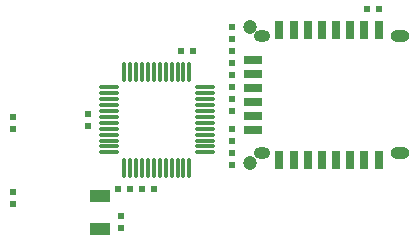
<source format=gbr>
G04 Layer_Color=128*
%FSLAX42Y42*%
%MOMM*%
%TF.FileFunction,Paste,Bot*%
%TF.Part,Single*%
G01*
G75*
%TA.AperFunction,SMDPad,CuDef*%
%ADD13R,0.60X0.50*%
%ADD14R,0.50X0.60*%
%ADD27R,1.80X1.00*%
%ADD28O,0.30X1.80*%
%ADD29O,1.80X0.30*%
%ADD30C,1.20*%
%ADD31R,0.80X1.50*%
%ADD32R,1.50X0.80*%
%ADD33O,1.60X1.00*%
%ADD34O,1.40X1.00*%
D13*
X3225Y2642D02*
D03*
X3125D02*
D03*
X1219Y1118D02*
D03*
X1319D02*
D03*
X1017D02*
D03*
X1117D02*
D03*
X1650Y2286D02*
D03*
X1550D02*
D03*
D14*
X762Y1652D02*
D03*
Y1752D02*
D03*
X1981Y1321D02*
D03*
Y1421D02*
D03*
X1041Y788D02*
D03*
Y888D02*
D03*
X127Y1726D02*
D03*
Y1626D02*
D03*
Y991D02*
D03*
Y1091D02*
D03*
X1981Y2082D02*
D03*
Y1982D02*
D03*
Y2487D02*
D03*
Y2387D02*
D03*
Y1624D02*
D03*
Y1524D02*
D03*
Y1778D02*
D03*
Y1878D02*
D03*
Y2186D02*
D03*
Y2286D02*
D03*
D27*
X864Y775D02*
D03*
Y1054D02*
D03*
D28*
X1071Y1297D02*
D03*
X1121D02*
D03*
X1171D02*
D03*
X1221D02*
D03*
X1271D02*
D03*
X1321D02*
D03*
X1371D02*
D03*
X1421D02*
D03*
X1471D02*
D03*
X1521D02*
D03*
X1571D02*
D03*
X1621D02*
D03*
Y2107D02*
D03*
X1571D02*
D03*
X1521D02*
D03*
X1471D02*
D03*
X1421D02*
D03*
X1371D02*
D03*
X1321D02*
D03*
X1271D02*
D03*
X1221D02*
D03*
X1171D02*
D03*
X1121D02*
D03*
X1071D02*
D03*
D29*
X1751Y1427D02*
D03*
Y1477D02*
D03*
Y1527D02*
D03*
Y1577D02*
D03*
Y1627D02*
D03*
Y1677D02*
D03*
Y1727D02*
D03*
Y1777D02*
D03*
Y1827D02*
D03*
Y1877D02*
D03*
Y1927D02*
D03*
Y1977D02*
D03*
X941D02*
D03*
Y1927D02*
D03*
Y1877D02*
D03*
Y1827D02*
D03*
Y1777D02*
D03*
Y1727D02*
D03*
Y1677D02*
D03*
Y1627D02*
D03*
Y1577D02*
D03*
Y1527D02*
D03*
Y1477D02*
D03*
Y1427D02*
D03*
D30*
X2133Y2488D02*
D03*
Y1338D02*
D03*
D31*
X2383Y1363D02*
D03*
X2503D02*
D03*
X2623D02*
D03*
X2743D02*
D03*
X2863D02*
D03*
X2983D02*
D03*
X3103D02*
D03*
X3223D02*
D03*
Y2463D02*
D03*
X3103D02*
D03*
X2983D02*
D03*
X2863D02*
D03*
X2743D02*
D03*
X2623D02*
D03*
X2503D02*
D03*
X2383D02*
D03*
D32*
X2158Y1613D02*
D03*
Y1733D02*
D03*
Y1853D02*
D03*
Y1973D02*
D03*
Y2093D02*
D03*
Y2213D02*
D03*
D33*
X3403Y1418D02*
D03*
Y2408D02*
D03*
D34*
X2233Y1418D02*
D03*
Y2408D02*
D03*
%TF.MD5,e28e7cd5bc15fe57f12d8613685bd5ea*%
M02*

</source>
